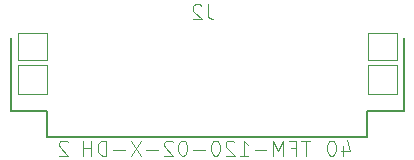
<source format=gbo>
G04 #@! TF.FileFunction,Legend,Bot*
%FSLAX46Y46*%
G04 Gerber Fmt 4.6, Leading zero omitted, Abs format (unit mm)*
G04 Created by KiCad (PCBNEW 4.0.6) date Tuesday, May 23, 2017 'AMt' 09:33:37 AM*
%MOMM*%
%LPD*%
G01*
G04 APERTURE LIST*
%ADD10C,0.150000*%
%ADD11C,0.066040*%
%ADD12C,0.127000*%
%ADD13C,0.101600*%
G04 APERTURE END LIST*
D10*
D11*
X60502800Y-40513000D02*
X58039000Y-40513000D01*
X58039000Y-40513000D02*
X58039000Y-38227000D01*
X60502800Y-38227000D02*
X58039000Y-38227000D01*
X60502800Y-40513000D02*
X60502800Y-38227000D01*
X60502800Y-43357800D02*
X58039000Y-43357800D01*
X58039000Y-43357800D02*
X58039000Y-40894000D01*
X60502800Y-40894000D02*
X58039000Y-40894000D01*
X60502800Y-43357800D02*
X60502800Y-40894000D01*
X30861000Y-40513000D02*
X28397200Y-40513000D01*
X28397200Y-40513000D02*
X28397200Y-38227000D01*
X30861000Y-38227000D02*
X28397200Y-38227000D01*
X30861000Y-40513000D02*
X30861000Y-38227000D01*
X30861000Y-43357800D02*
X28397200Y-43357800D01*
X28397200Y-43357800D02*
X28397200Y-40894000D01*
X30861000Y-40894000D02*
X28397200Y-40894000D01*
X30861000Y-43357800D02*
X30861000Y-40894000D01*
D12*
X61099700Y-38608000D02*
X61099700Y-44805600D01*
X61099700Y-44805600D02*
X58000900Y-44805600D01*
X58000900Y-44805600D02*
X58000900Y-47028100D01*
X58000900Y-47028100D02*
X30899100Y-47028100D01*
X30899100Y-47028100D02*
X30899100Y-44805600D01*
X30899100Y-44805600D02*
X27800300Y-44805600D01*
X27800300Y-44805600D02*
X27800300Y-38608000D01*
D13*
X44492333Y-35753524D02*
X44492333Y-36660667D01*
X44552809Y-36842095D01*
X44673761Y-36963048D01*
X44855190Y-37023524D01*
X44976142Y-37023524D01*
X43948047Y-35874476D02*
X43887571Y-35814000D01*
X43766619Y-35753524D01*
X43464238Y-35753524D01*
X43343285Y-35814000D01*
X43282809Y-35874476D01*
X43222333Y-35995429D01*
X43222333Y-36116381D01*
X43282809Y-36297810D01*
X44008523Y-37023524D01*
X43222333Y-37023524D01*
X53140429Y-47310524D02*
X52414714Y-47310524D01*
X52777571Y-48580524D02*
X52777571Y-47310524D01*
X51568048Y-47915286D02*
X51991381Y-47915286D01*
X51991381Y-48580524D02*
X51991381Y-47310524D01*
X51386619Y-47310524D01*
X50902810Y-48580524D02*
X50902810Y-47310524D01*
X50479477Y-48217667D01*
X50056143Y-47310524D01*
X50056143Y-48580524D01*
X49451381Y-48096714D02*
X48483762Y-48096714D01*
X47213762Y-48580524D02*
X47939476Y-48580524D01*
X47576619Y-48580524D02*
X47576619Y-47310524D01*
X47697571Y-47491952D01*
X47818524Y-47612905D01*
X47939476Y-47673381D01*
X46729952Y-47431476D02*
X46669476Y-47371000D01*
X46548524Y-47310524D01*
X46246143Y-47310524D01*
X46125190Y-47371000D01*
X46064714Y-47431476D01*
X46004238Y-47552429D01*
X46004238Y-47673381D01*
X46064714Y-47854810D01*
X46790428Y-48580524D01*
X46004238Y-48580524D01*
X45218047Y-47310524D02*
X45097095Y-47310524D01*
X44976143Y-47371000D01*
X44915666Y-47431476D01*
X44855190Y-47552429D01*
X44794714Y-47794333D01*
X44794714Y-48096714D01*
X44855190Y-48338619D01*
X44915666Y-48459571D01*
X44976143Y-48520048D01*
X45097095Y-48580524D01*
X45218047Y-48580524D01*
X45339000Y-48520048D01*
X45399476Y-48459571D01*
X45459952Y-48338619D01*
X45520428Y-48096714D01*
X45520428Y-47794333D01*
X45459952Y-47552429D01*
X45399476Y-47431476D01*
X45339000Y-47371000D01*
X45218047Y-47310524D01*
X44250428Y-48096714D02*
X43282809Y-48096714D01*
X42436142Y-47310524D02*
X42315190Y-47310524D01*
X42194238Y-47371000D01*
X42133761Y-47431476D01*
X42073285Y-47552429D01*
X42012809Y-47794333D01*
X42012809Y-48096714D01*
X42073285Y-48338619D01*
X42133761Y-48459571D01*
X42194238Y-48520048D01*
X42315190Y-48580524D01*
X42436142Y-48580524D01*
X42557095Y-48520048D01*
X42617571Y-48459571D01*
X42678047Y-48338619D01*
X42738523Y-48096714D01*
X42738523Y-47794333D01*
X42678047Y-47552429D01*
X42617571Y-47431476D01*
X42557095Y-47371000D01*
X42436142Y-47310524D01*
X41528999Y-47431476D02*
X41468523Y-47371000D01*
X41347571Y-47310524D01*
X41045190Y-47310524D01*
X40924237Y-47371000D01*
X40863761Y-47431476D01*
X40803285Y-47552429D01*
X40803285Y-47673381D01*
X40863761Y-47854810D01*
X41589475Y-48580524D01*
X40803285Y-48580524D01*
X40258999Y-48096714D02*
X39291380Y-48096714D01*
X38807570Y-47310524D02*
X37960904Y-48580524D01*
X37960904Y-47310524D02*
X38807570Y-48580524D01*
X37477094Y-48096714D02*
X36509475Y-48096714D01*
X35904713Y-48580524D02*
X35904713Y-47310524D01*
X35602332Y-47310524D01*
X35420904Y-47371000D01*
X35299951Y-47491952D01*
X35239475Y-47612905D01*
X35178999Y-47854810D01*
X35178999Y-48036238D01*
X35239475Y-48278143D01*
X35299951Y-48399095D01*
X35420904Y-48520048D01*
X35602332Y-48580524D01*
X35904713Y-48580524D01*
X34634713Y-48580524D02*
X34634713Y-47310524D01*
X34634713Y-47915286D02*
X33908999Y-47915286D01*
X33908999Y-48580524D02*
X33908999Y-47310524D01*
X32620857Y-47431476D02*
X32560381Y-47371000D01*
X32439429Y-47310524D01*
X32137048Y-47310524D01*
X32016095Y-47371000D01*
X31955619Y-47431476D01*
X31895143Y-47552429D01*
X31895143Y-47673381D01*
X31955619Y-47854810D01*
X32681333Y-48580524D01*
X31895143Y-48580524D01*
X55938057Y-47733857D02*
X55938057Y-48580524D01*
X56240438Y-47250048D02*
X56542819Y-48157190D01*
X55756629Y-48157190D01*
X55030914Y-47310524D02*
X54909962Y-47310524D01*
X54789010Y-47371000D01*
X54728533Y-47431476D01*
X54668057Y-47552429D01*
X54607581Y-47794333D01*
X54607581Y-48096714D01*
X54668057Y-48338619D01*
X54728533Y-48459571D01*
X54789010Y-48520048D01*
X54909962Y-48580524D01*
X55030914Y-48580524D01*
X55151867Y-48520048D01*
X55212343Y-48459571D01*
X55272819Y-48338619D01*
X55333295Y-48096714D01*
X55333295Y-47794333D01*
X55272819Y-47552429D01*
X55212343Y-47431476D01*
X55151867Y-47371000D01*
X55030914Y-47310524D01*
M02*

</source>
